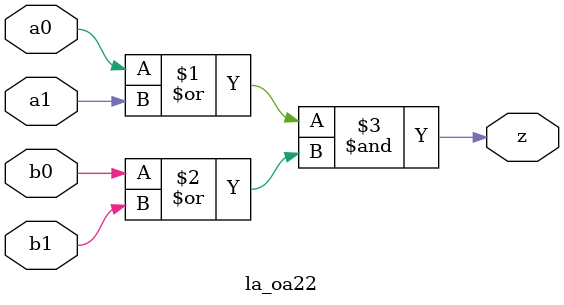
<source format=v>

module la_oa22 #(
    parameter PROP = "DEFAULT"
) (
    input  a0,
    input  a1,
    input  b0,
    input  b1,
    output z
);

    assign z = (a0 | a1) & (b0 | b1);

endmodule

</source>
